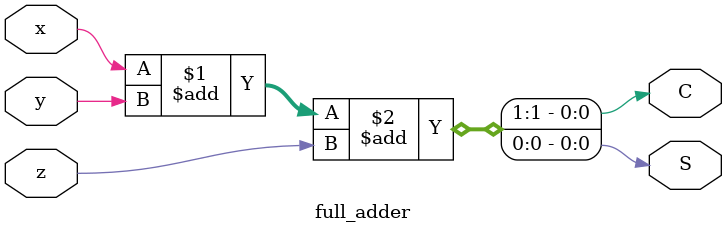
<source format=v>
`timescale 1ns / 1ps
module N_bit_adder(a,b,cin,sum,cout);
parameter n=8;		//currently set to 8, can be changed to any value
input [n-1:0] a,b; input cin;
output [n-1:0] sum; output cout;
wire [n-1:0] c; //for internal carries

genvar i;
generate
for(i = 0; i < n; i = i + 1) begin: n_bit_adder
if(i==0)
full_adder f(a[0],b[0],cin,sum[0],cout[0]);
else
full_adder f(a[i],b[i],c[i-1],sum[i],cout[i]);
end
assign cout=carry[n-1];
endgenerate
endmodule

//verilog code for 1-bit full adder
module full_adder(x,y,z,S,C);
input x,y,z; output S,C;
assign {C,S} = x + y + z;
endmodule
</source>
